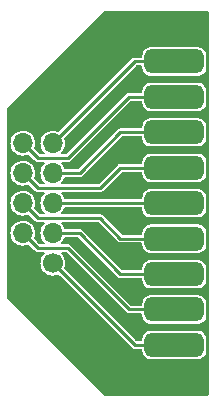
<source format=gbr>
%TF.GenerationSoftware,KiCad,Pcbnew,(6.0.5)*%
%TF.CreationDate,2022-05-17T08:31:01+02:00*%
%TF.ProjectId,logic-breakout,6c6f6769-632d-4627-9265-616b6f75742e,rev?*%
%TF.SameCoordinates,Original*%
%TF.FileFunction,Copper,L1,Top*%
%TF.FilePolarity,Positive*%
%FSLAX46Y46*%
G04 Gerber Fmt 4.6, Leading zero omitted, Abs format (unit mm)*
G04 Created by KiCad (PCBNEW (6.0.5)) date 2022-05-17 08:31:01*
%MOMM*%
%LPD*%
G01*
G04 APERTURE LIST*
G04 Aperture macros list*
%AMRoundRect*
0 Rectangle with rounded corners*
0 $1 Rounding radius*
0 $2 $3 $4 $5 $6 $7 $8 $9 X,Y pos of 4 corners*
0 Add a 4 corners polygon primitive as box body*
4,1,4,$2,$3,$4,$5,$6,$7,$8,$9,$2,$3,0*
0 Add four circle primitives for the rounded corners*
1,1,$1+$1,$2,$3*
1,1,$1+$1,$4,$5*
1,1,$1+$1,$6,$7*
1,1,$1+$1,$8,$9*
0 Add four rect primitives between the rounded corners*
20,1,$1+$1,$2,$3,$4,$5,0*
20,1,$1+$1,$4,$5,$6,$7,0*
20,1,$1+$1,$6,$7,$8,$9,0*
20,1,$1+$1,$8,$9,$2,$3,0*%
G04 Aperture macros list end*
%TA.AperFunction,SMDPad,CuDef*%
%ADD10RoundRect,0.500000X-2.000000X-0.500000X2.000000X-0.500000X2.000000X0.500000X-2.000000X0.500000X0*%
%TD*%
%TA.AperFunction,SMDPad,CuDef*%
%ADD11RoundRect,0.500000X2.000000X0.500000X-2.000000X0.500000X-2.000000X-0.500000X2.000000X-0.500000X0*%
%TD*%
%TA.AperFunction,ComponentPad*%
%ADD12C,1.700000*%
%TD*%
%TA.AperFunction,ComponentPad*%
%ADD13O,1.700000X1.700000*%
%TD*%
%TA.AperFunction,ViaPad*%
%ADD14C,0.800000*%
%TD*%
%TA.AperFunction,Conductor*%
%ADD15C,0.250000*%
%TD*%
G04 APERTURE END LIST*
D10*
%TO.P,J5,1,Pin_1*%
%TO.N,/CH4*%
X162060000Y-87000000D03*
%TD*%
%TO.P,J6,1,Pin_1*%
%TO.N,/CH5*%
X162060000Y-90000000D03*
%TD*%
%TO.P,J9,1,Pin_1*%
%TO.N,/CH8*%
X162060000Y-99000000D03*
%TD*%
%TO.P,J10,1,Pin_1*%
%TO.N,/CLK*%
X162060000Y-102000000D03*
%TD*%
%TO.P,J2,1,Pin_1*%
%TO.N,/CH1*%
X162060000Y-78000000D03*
%TD*%
%TO.P,J7,1,Pin_1*%
%TO.N,/CH6*%
X162060000Y-93000000D03*
%TD*%
D11*
%TO.P,J12,1,Pin_1*%
%TO.N,GND*%
X162060000Y-75010000D03*
%TD*%
D10*
%TO.P,J3,1,Pin_1*%
%TO.N,/CH2*%
X162060000Y-81000000D03*
%TD*%
%TO.P,J4,1,Pin_1*%
%TO.N,/CH3*%
X162060000Y-84000000D03*
%TD*%
%TO.P,J8,1,Pin_1*%
%TO.N,/CH7*%
X162060000Y-96000000D03*
%TD*%
D12*
%TO.P,J1,1,Pin_1*%
%TO.N,/CLK*%
X151775000Y-95075000D03*
D13*
%TO.P,J1,2,Pin_2*%
%TO.N,GND*%
X149235000Y-95075000D03*
%TO.P,J1,3,Pin_3*%
%TO.N,/CH7*%
X151775000Y-92535000D03*
%TO.P,J1,4,Pin_4*%
%TO.N,/CH8*%
X149235000Y-92535000D03*
%TO.P,J1,5,Pin_5*%
%TO.N,/CH5*%
X151775000Y-89995000D03*
%TO.P,J1,6,Pin_6*%
%TO.N,/CH6*%
X149235000Y-89995000D03*
%TO.P,J1,7,Pin_7*%
%TO.N,/CH3*%
X151775000Y-87455000D03*
%TO.P,J1,8,Pin_8*%
%TO.N,/CH4*%
X149235000Y-87455000D03*
%TO.P,J1,9,Pin_9*%
%TO.N,/CH1*%
X151775000Y-84915000D03*
%TO.P,J1,10,Pin_10*%
%TO.N,/CH2*%
X149235000Y-84915000D03*
%TD*%
D11*
%TO.P,J11,1,Pin_1*%
%TO.N,GND*%
X162060000Y-105010000D03*
%TD*%
D14*
%TO.N,GND*%
X149500000Y-82500000D03*
X149500000Y-97500000D03*
X157000000Y-76500000D03*
X154000000Y-100500000D03*
X151000000Y-82500000D03*
X158560000Y-91510000D03*
X158560000Y-100510000D03*
X155500000Y-103500000D03*
X158560000Y-97510000D03*
X151000000Y-97500000D03*
X152500000Y-79500000D03*
X151000000Y-81000000D03*
X154000000Y-78000000D03*
X155500000Y-102000000D03*
X154000000Y-79500000D03*
X152500000Y-100500000D03*
X158560000Y-76510000D03*
X152500000Y-81000000D03*
X155500000Y-78000000D03*
X155500000Y-76500000D03*
X158560000Y-82510000D03*
X154000000Y-102000000D03*
X158560000Y-88510000D03*
X158560000Y-85510000D03*
X158560000Y-94510000D03*
X157000000Y-103500000D03*
X158560000Y-79510000D03*
X158560000Y-103510000D03*
X151000000Y-99000000D03*
X152500000Y-99000000D03*
%TD*%
D15*
%TO.N,/CH1*%
X151775000Y-84915000D02*
X158690000Y-78000000D01*
X158690000Y-78000000D02*
X162060000Y-78000000D01*
%TO.N,/CH2*%
X150500000Y-86190000D02*
X153040000Y-86190000D01*
X149235000Y-84915000D02*
X150500000Y-86180000D01*
X150500000Y-86180000D02*
X150500000Y-86190000D01*
X158230000Y-81000000D02*
X162060000Y-81000000D01*
X153040000Y-86190000D02*
X158230000Y-81000000D01*
%TO.N,/CH3*%
X151775000Y-87455000D02*
X153035000Y-87455000D01*
X153040000Y-87460000D02*
X153035000Y-87455000D01*
X153040000Y-87460000D02*
X154040000Y-87460000D01*
X162060000Y-84000000D02*
X157500000Y-84000000D01*
X154040000Y-87460000D02*
X157500000Y-84000000D01*
%TO.N,/CH4*%
X150510000Y-88730000D02*
X155770000Y-88730000D01*
X155770000Y-88730000D02*
X157500000Y-87000000D01*
X157500000Y-87000000D02*
X162060000Y-87000000D01*
X149235000Y-87455000D02*
X150510000Y-88730000D01*
%TO.N,/CH5*%
X153035000Y-89995000D02*
X162055000Y-89995000D01*
X151775000Y-89995000D02*
X153035000Y-89995000D01*
X162055000Y-89995000D02*
X162060000Y-90000000D01*
X153035000Y-89995000D02*
X153040000Y-90000000D01*
%TO.N,/CH6*%
X149235000Y-89995000D02*
X150510000Y-91270000D01*
X157500000Y-93000000D02*
X162060000Y-93000000D01*
X150510000Y-91270000D02*
X155770000Y-91270000D01*
X155770000Y-91270000D02*
X157500000Y-93000000D01*
%TO.N,/CH7*%
X153040000Y-92540000D02*
X154040000Y-92540000D01*
X151775000Y-92535000D02*
X153035000Y-92535000D01*
X154040000Y-92540000D02*
X157500000Y-96000000D01*
X153035000Y-92535000D02*
X153040000Y-92540000D01*
X162060000Y-96000000D02*
X157500000Y-96000000D01*
%TO.N,/CH8*%
X149235000Y-92535000D02*
X150500000Y-93800000D01*
X158230000Y-99000000D02*
X153040000Y-93810000D01*
X162060000Y-99000000D02*
X158230000Y-99000000D01*
X150500000Y-93800000D02*
X150500000Y-93810000D01*
X150500000Y-93810000D02*
X153040000Y-93810000D01*
%TO.N,/CLK*%
X151775000Y-95075000D02*
X158700000Y-102000000D01*
X158700000Y-102000000D02*
X162060000Y-102000000D01*
%TD*%
%TA.AperFunction,Conductor*%
%TO.N,GND*%
G36*
X164918691Y-73729407D02*
G01*
X164954655Y-73778907D01*
X164959500Y-73809500D01*
X164959500Y-106210500D01*
X164940593Y-106268691D01*
X164891093Y-106304655D01*
X164860500Y-106309500D01*
X156184058Y-106309500D01*
X156125867Y-106290593D01*
X156114054Y-106280504D01*
X147889496Y-98055946D01*
X147861719Y-98001429D01*
X147860500Y-97985942D01*
X147860500Y-92520262D01*
X148179520Y-92520262D01*
X148196759Y-92725553D01*
X148198092Y-92730201D01*
X148198092Y-92730202D01*
X148245203Y-92894496D01*
X148253544Y-92923586D01*
X148347712Y-93106818D01*
X148475677Y-93268270D01*
X148479357Y-93271402D01*
X148479359Y-93271404D01*
X148547344Y-93329263D01*
X148632564Y-93401791D01*
X148636787Y-93404151D01*
X148636791Y-93404154D01*
X148676342Y-93426258D01*
X148812398Y-93502297D01*
X148816996Y-93503791D01*
X149003724Y-93564463D01*
X149003726Y-93564464D01*
X149008329Y-93565959D01*
X149212894Y-93590351D01*
X149217716Y-93589980D01*
X149217719Y-93589980D01*
X149285541Y-93584761D01*
X149418300Y-93574546D01*
X149616725Y-93519145D01*
X149647164Y-93503769D01*
X149707629Y-93494408D01*
X149761805Y-93522132D01*
X150207051Y-93967379D01*
X150213356Y-93975596D01*
X150213759Y-93975258D01*
X150213760Y-93975260D01*
X150226785Y-93990784D01*
X150236674Y-94004906D01*
X150246806Y-94022455D01*
X150253440Y-94028021D01*
X150253441Y-94028023D01*
X150262325Y-94035478D01*
X150274523Y-94047675D01*
X150287545Y-94063194D01*
X150295044Y-94067523D01*
X150295047Y-94067526D01*
X150305083Y-94073320D01*
X150319219Y-94083218D01*
X150328102Y-94090671D01*
X150334739Y-94096240D01*
X150353783Y-94103171D01*
X150369415Y-94110461D01*
X150386955Y-94120588D01*
X150395484Y-94122092D01*
X150406901Y-94124105D01*
X150423569Y-94128571D01*
X150442606Y-94135500D01*
X150985806Y-94135500D01*
X151043997Y-94154407D01*
X151079961Y-94203907D01*
X151079961Y-94265093D01*
X151047839Y-94311655D01*
X151040225Y-94317777D01*
X151040223Y-94317779D01*
X151036447Y-94320815D01*
X151033333Y-94324526D01*
X151033332Y-94324527D01*
X151024585Y-94334952D01*
X150904024Y-94478630D01*
X150901689Y-94482878D01*
X150901688Y-94482879D01*
X150894955Y-94495126D01*
X150804776Y-94659162D01*
X150803313Y-94663775D01*
X150803311Y-94663779D01*
X150749413Y-94833689D01*
X150742484Y-94855532D01*
X150741944Y-94860344D01*
X150741944Y-94860345D01*
X150732829Y-94941612D01*
X150719520Y-95060262D01*
X150736759Y-95265553D01*
X150738092Y-95270201D01*
X150738092Y-95270202D01*
X150788579Y-95446270D01*
X150793544Y-95463586D01*
X150887712Y-95646818D01*
X151015677Y-95808270D01*
X151172564Y-95941791D01*
X151176787Y-95944151D01*
X151176791Y-95944154D01*
X151293702Y-96009493D01*
X151352398Y-96042297D01*
X151356996Y-96043791D01*
X151543724Y-96104463D01*
X151543726Y-96104464D01*
X151548329Y-96105959D01*
X151752894Y-96130351D01*
X151757716Y-96129980D01*
X151757719Y-96129980D01*
X151825541Y-96124761D01*
X151958300Y-96114546D01*
X152156725Y-96059145D01*
X152187164Y-96043769D01*
X152247629Y-96034408D01*
X152301805Y-96062131D01*
X158456731Y-102217057D01*
X158462565Y-102223424D01*
X158487545Y-102253194D01*
X158521205Y-102272627D01*
X158528489Y-102277268D01*
X158560316Y-102299554D01*
X158568684Y-102301796D01*
X158573971Y-102304262D01*
X158579456Y-102306258D01*
X158586955Y-102310588D01*
X158595481Y-102312091D01*
X158595483Y-102312092D01*
X158625216Y-102317334D01*
X158633650Y-102319204D01*
X158671193Y-102329264D01*
X158679822Y-102328509D01*
X158709905Y-102325877D01*
X158718534Y-102325500D01*
X159260501Y-102325500D01*
X159318692Y-102344407D01*
X159354656Y-102393907D01*
X159359501Y-102424500D01*
X159359501Y-102555992D01*
X159366171Y-102628594D01*
X159416873Y-102790383D01*
X159504703Y-102935408D01*
X159624592Y-103055297D01*
X159769617Y-103143127D01*
X159775310Y-103144911D01*
X159775312Y-103144912D01*
X159853487Y-103169411D01*
X159931406Y-103193829D01*
X160004007Y-103200500D01*
X162059545Y-103200500D01*
X164115992Y-103200499D01*
X164155528Y-103196867D01*
X164183360Y-103194310D01*
X164183361Y-103194310D01*
X164188594Y-103193829D01*
X164280631Y-103164986D01*
X164344688Y-103144912D01*
X164344690Y-103144911D01*
X164350383Y-103143127D01*
X164495408Y-103055297D01*
X164615297Y-102935408D01*
X164703127Y-102790383D01*
X164753829Y-102628594D01*
X164760500Y-102555993D01*
X164760499Y-101444008D01*
X164753829Y-101371406D01*
X164703127Y-101209617D01*
X164615297Y-101064592D01*
X164495408Y-100944703D01*
X164350383Y-100856873D01*
X164344690Y-100855089D01*
X164344688Y-100855088D01*
X164266513Y-100830589D01*
X164188594Y-100806171D01*
X164115993Y-100799500D01*
X162060455Y-100799500D01*
X160004008Y-100799501D01*
X159964472Y-100803133D01*
X159936640Y-100805690D01*
X159936639Y-100805690D01*
X159931406Y-100806171D01*
X159839369Y-100835014D01*
X159775312Y-100855088D01*
X159775310Y-100855089D01*
X159769617Y-100856873D01*
X159624592Y-100944703D01*
X159504703Y-101064592D01*
X159416873Y-101209617D01*
X159366171Y-101371406D01*
X159359500Y-101444007D01*
X159359500Y-101575500D01*
X159340593Y-101633691D01*
X159291093Y-101669655D01*
X159260500Y-101674500D01*
X158875834Y-101674500D01*
X158817643Y-101655593D01*
X158805830Y-101645504D01*
X152763923Y-95603597D01*
X152736146Y-95549080D01*
X152739988Y-95502344D01*
X152751448Y-95467896D01*
X152804351Y-95308863D01*
X152817534Y-95204512D01*
X152829823Y-95107228D01*
X152830171Y-95104474D01*
X152830583Y-95075000D01*
X152817808Y-94944703D01*
X152810952Y-94874780D01*
X152810951Y-94874776D01*
X152810480Y-94869970D01*
X152807460Y-94859965D01*
X152752333Y-94677380D01*
X152750935Y-94672749D01*
X152654218Y-94490849D01*
X152524011Y-94331200D01*
X152520282Y-94328115D01*
X152520276Y-94328109D01*
X152499329Y-94310780D01*
X152466544Y-94259120D01*
X152470386Y-94198055D01*
X152509388Y-94150911D01*
X152562434Y-94135500D01*
X152864166Y-94135500D01*
X152922357Y-94154407D01*
X152934170Y-94164496D01*
X157986735Y-99217061D01*
X157992571Y-99223430D01*
X158017545Y-99253194D01*
X158025042Y-99257523D01*
X158025044Y-99257524D01*
X158051206Y-99272628D01*
X158058484Y-99277264D01*
X158090316Y-99299553D01*
X158098682Y-99301795D01*
X158103973Y-99304262D01*
X158109450Y-99306255D01*
X158116955Y-99310588D01*
X158146038Y-99315716D01*
X158155231Y-99317337D01*
X158163657Y-99319205D01*
X158201193Y-99329263D01*
X158239896Y-99325877D01*
X158248525Y-99325500D01*
X159260501Y-99325500D01*
X159318692Y-99344407D01*
X159354656Y-99393907D01*
X159359501Y-99424500D01*
X159359501Y-99555992D01*
X159366171Y-99628594D01*
X159416873Y-99790383D01*
X159504703Y-99935408D01*
X159624592Y-100055297D01*
X159769617Y-100143127D01*
X159775310Y-100144911D01*
X159775312Y-100144912D01*
X159853487Y-100169411D01*
X159931406Y-100193829D01*
X160004007Y-100200500D01*
X162059545Y-100200500D01*
X164115992Y-100200499D01*
X164155528Y-100196867D01*
X164183360Y-100194310D01*
X164183361Y-100194310D01*
X164188594Y-100193829D01*
X164280631Y-100164986D01*
X164344688Y-100144912D01*
X164344690Y-100144911D01*
X164350383Y-100143127D01*
X164495408Y-100055297D01*
X164615297Y-99935408D01*
X164703127Y-99790383D01*
X164753829Y-99628594D01*
X164760500Y-99555993D01*
X164760499Y-98444008D01*
X164753829Y-98371406D01*
X164722277Y-98270724D01*
X164704912Y-98215312D01*
X164704911Y-98215310D01*
X164703127Y-98209617D01*
X164615297Y-98064592D01*
X164495408Y-97944703D01*
X164350383Y-97856873D01*
X164344690Y-97855089D01*
X164344688Y-97855088D01*
X164266513Y-97830589D01*
X164188594Y-97806171D01*
X164115993Y-97799500D01*
X162060455Y-97799500D01*
X160004008Y-97799501D01*
X159964472Y-97803133D01*
X159936640Y-97805690D01*
X159936639Y-97805690D01*
X159931406Y-97806171D01*
X159839369Y-97835014D01*
X159775312Y-97855088D01*
X159775310Y-97855089D01*
X159769617Y-97856873D01*
X159624592Y-97944703D01*
X159504703Y-98064592D01*
X159416873Y-98209617D01*
X159415089Y-98215310D01*
X159415088Y-98215312D01*
X159397723Y-98270724D01*
X159366171Y-98371406D01*
X159359500Y-98444007D01*
X159359500Y-98575500D01*
X159340593Y-98633691D01*
X159291093Y-98669655D01*
X159260500Y-98674500D01*
X158405835Y-98674500D01*
X158347644Y-98655593D01*
X158335831Y-98645504D01*
X153283269Y-93592943D01*
X153277434Y-93586575D01*
X153267652Y-93574917D01*
X153252455Y-93556806D01*
X153218792Y-93537371D01*
X153211511Y-93532732D01*
X153209056Y-93531013D01*
X153179684Y-93510446D01*
X153171316Y-93508204D01*
X153166029Y-93505738D01*
X153160544Y-93503742D01*
X153153045Y-93499412D01*
X153144519Y-93497909D01*
X153144517Y-93497908D01*
X153114784Y-93492666D01*
X153106349Y-93490796D01*
X153077174Y-93482978D01*
X153068807Y-93480736D01*
X153060178Y-93481491D01*
X153030095Y-93484123D01*
X153021466Y-93484500D01*
X152553581Y-93484500D01*
X152495390Y-93465593D01*
X152459426Y-93416093D01*
X152459426Y-93354907D01*
X152492629Y-93307488D01*
X152502951Y-93299424D01*
X152526081Y-93272628D01*
X152568541Y-93223437D01*
X152637564Y-93143472D01*
X152656231Y-93110613D01*
X152736934Y-92968550D01*
X152736935Y-92968547D01*
X152739323Y-92964344D01*
X152740848Y-92959760D01*
X152740851Y-92959753D01*
X152751329Y-92928252D01*
X152787637Y-92879004D01*
X152845268Y-92860500D01*
X152965450Y-92860500D01*
X152991074Y-92863873D01*
X153011193Y-92869264D01*
X153049905Y-92865877D01*
X153058534Y-92865500D01*
X153864166Y-92865500D01*
X153922357Y-92884407D01*
X153934170Y-92894496D01*
X157256731Y-96217057D01*
X157262565Y-96223424D01*
X157287545Y-96253194D01*
X157321205Y-96272627D01*
X157328489Y-96277268D01*
X157360316Y-96299554D01*
X157368684Y-96301796D01*
X157373971Y-96304262D01*
X157379456Y-96306258D01*
X157386955Y-96310588D01*
X157395481Y-96312091D01*
X157395483Y-96312092D01*
X157425216Y-96317334D01*
X157433650Y-96319204D01*
X157471193Y-96329264D01*
X157479822Y-96328509D01*
X157509905Y-96325877D01*
X157518534Y-96325500D01*
X159260501Y-96325500D01*
X159318692Y-96344407D01*
X159354656Y-96393907D01*
X159359501Y-96424500D01*
X159359501Y-96555992D01*
X159366171Y-96628594D01*
X159416873Y-96790383D01*
X159504703Y-96935408D01*
X159624592Y-97055297D01*
X159769617Y-97143127D01*
X159775310Y-97144911D01*
X159775312Y-97144912D01*
X159853487Y-97169411D01*
X159931406Y-97193829D01*
X160004007Y-97200500D01*
X162059545Y-97200500D01*
X164115992Y-97200499D01*
X164155528Y-97196867D01*
X164183360Y-97194310D01*
X164183361Y-97194310D01*
X164188594Y-97193829D01*
X164280631Y-97164986D01*
X164344688Y-97144912D01*
X164344690Y-97144911D01*
X164350383Y-97143127D01*
X164495408Y-97055297D01*
X164615297Y-96935408D01*
X164703127Y-96790383D01*
X164753829Y-96628594D01*
X164760500Y-96555993D01*
X164760499Y-95444008D01*
X164753829Y-95371406D01*
X164703127Y-95209617D01*
X164615297Y-95064592D01*
X164495408Y-94944703D01*
X164350383Y-94856873D01*
X164344690Y-94855089D01*
X164344688Y-94855088D01*
X164266513Y-94830589D01*
X164188594Y-94806171D01*
X164115993Y-94799500D01*
X162060455Y-94799500D01*
X160004008Y-94799501D01*
X159964472Y-94803133D01*
X159936640Y-94805690D01*
X159936639Y-94805690D01*
X159931406Y-94806171D01*
X159839369Y-94835014D01*
X159775312Y-94855088D01*
X159775310Y-94855089D01*
X159769617Y-94856873D01*
X159624592Y-94944703D01*
X159504703Y-95064592D01*
X159416873Y-95209617D01*
X159415089Y-95215310D01*
X159415088Y-95215312D01*
X159397887Y-95270202D01*
X159366171Y-95371406D01*
X159359500Y-95444007D01*
X159359500Y-95575500D01*
X159340593Y-95633691D01*
X159291093Y-95669655D01*
X159260500Y-95674500D01*
X157675834Y-95674500D01*
X157617643Y-95655593D01*
X157605830Y-95645504D01*
X154283269Y-92322943D01*
X154277434Y-92316575D01*
X154272686Y-92310917D01*
X154252455Y-92286806D01*
X154218792Y-92267371D01*
X154211511Y-92262732D01*
X154209056Y-92261013D01*
X154179684Y-92240446D01*
X154171316Y-92238204D01*
X154166029Y-92235738D01*
X154160544Y-92233742D01*
X154153045Y-92229412D01*
X154144519Y-92227909D01*
X154144517Y-92227908D01*
X154114784Y-92222666D01*
X154106349Y-92220796D01*
X154077174Y-92212978D01*
X154068807Y-92210736D01*
X154060178Y-92211491D01*
X154030095Y-92214123D01*
X154021466Y-92214500D01*
X153109550Y-92214500D01*
X153083926Y-92211127D01*
X153082467Y-92210736D01*
X153063807Y-92205736D01*
X153025095Y-92209123D01*
X153016466Y-92209500D01*
X152847631Y-92209500D01*
X152789440Y-92190593D01*
X152754665Y-92141659D01*
X152754179Y-92141859D01*
X152753312Y-92139756D01*
X152752857Y-92139116D01*
X152750935Y-92132749D01*
X152654218Y-91950849D01*
X152524011Y-91791200D01*
X152520282Y-91788115D01*
X152520276Y-91788109D01*
X152499329Y-91770780D01*
X152466544Y-91719120D01*
X152470386Y-91658055D01*
X152509388Y-91610911D01*
X152562434Y-91595500D01*
X155594166Y-91595500D01*
X155652357Y-91614407D01*
X155664170Y-91624496D01*
X157256742Y-93217069D01*
X157262565Y-93223424D01*
X157287545Y-93253194D01*
X157295042Y-93257523D01*
X157295044Y-93257524D01*
X157321206Y-93272628D01*
X157328484Y-93277264D01*
X157360316Y-93299553D01*
X157368682Y-93301795D01*
X157373973Y-93304262D01*
X157379450Y-93306255D01*
X157386955Y-93310588D01*
X157416038Y-93315716D01*
X157425231Y-93317337D01*
X157433657Y-93319205D01*
X157471193Y-93329263D01*
X157509896Y-93325877D01*
X157518525Y-93325500D01*
X159260501Y-93325500D01*
X159318692Y-93344407D01*
X159354656Y-93393907D01*
X159359501Y-93424500D01*
X159359501Y-93555992D01*
X159366171Y-93628594D01*
X159416873Y-93790383D01*
X159504703Y-93935408D01*
X159624592Y-94055297D01*
X159769617Y-94143127D01*
X159775310Y-94144911D01*
X159775312Y-94144912D01*
X159805611Y-94154407D01*
X159931406Y-94193829D01*
X160004007Y-94200500D01*
X162059545Y-94200500D01*
X164115992Y-94200499D01*
X164155528Y-94196867D01*
X164183360Y-94194310D01*
X164183361Y-94194310D01*
X164188594Y-94193829D01*
X164314389Y-94154407D01*
X164344688Y-94144912D01*
X164344690Y-94144911D01*
X164350383Y-94143127D01*
X164495408Y-94055297D01*
X164615297Y-93935408D01*
X164703127Y-93790383D01*
X164753829Y-93628594D01*
X164760500Y-93555993D01*
X164760499Y-92444008D01*
X164753829Y-92371406D01*
X164711313Y-92235738D01*
X164704912Y-92215312D01*
X164704911Y-92215310D01*
X164703127Y-92209617D01*
X164615297Y-92064592D01*
X164495408Y-91944703D01*
X164350383Y-91856873D01*
X164344690Y-91855089D01*
X164344688Y-91855088D01*
X164266513Y-91830589D01*
X164188594Y-91806171D01*
X164115993Y-91799500D01*
X162060455Y-91799500D01*
X160004008Y-91799501D01*
X159964472Y-91803133D01*
X159936640Y-91805690D01*
X159936639Y-91805690D01*
X159931406Y-91806171D01*
X159839369Y-91835014D01*
X159775312Y-91855088D01*
X159775310Y-91855089D01*
X159769617Y-91856873D01*
X159624592Y-91944703D01*
X159504703Y-92064592D01*
X159416873Y-92209617D01*
X159415089Y-92215310D01*
X159415088Y-92215312D01*
X159408687Y-92235738D01*
X159366171Y-92371406D01*
X159359500Y-92444007D01*
X159359500Y-92575500D01*
X159340593Y-92633691D01*
X159291093Y-92669655D01*
X159260500Y-92674500D01*
X157675835Y-92674500D01*
X157617644Y-92655593D01*
X157605831Y-92645504D01*
X156013269Y-91052943D01*
X156007434Y-91046575D01*
X155997652Y-91034917D01*
X155982455Y-91016806D01*
X155948792Y-90997371D01*
X155941511Y-90992732D01*
X155926371Y-90982131D01*
X155909684Y-90970446D01*
X155901316Y-90968204D01*
X155896029Y-90965738D01*
X155890544Y-90963742D01*
X155883045Y-90959412D01*
X155874519Y-90957909D01*
X155874517Y-90957908D01*
X155844784Y-90952666D01*
X155836349Y-90950796D01*
X155807174Y-90942978D01*
X155798807Y-90940736D01*
X155790178Y-90941491D01*
X155760095Y-90944123D01*
X155751466Y-90944500D01*
X152553581Y-90944500D01*
X152495390Y-90925593D01*
X152459426Y-90876093D01*
X152459426Y-90814907D01*
X152492629Y-90767488D01*
X152502951Y-90759424D01*
X152637564Y-90603472D01*
X152656231Y-90570613D01*
X152736934Y-90428550D01*
X152736935Y-90428547D01*
X152739323Y-90424344D01*
X152740848Y-90419760D01*
X152740851Y-90419753D01*
X152751329Y-90388252D01*
X152787637Y-90339004D01*
X152845268Y-90320500D01*
X152965450Y-90320500D01*
X152991074Y-90323873D01*
X153011193Y-90329264D01*
X153107052Y-90320877D01*
X153115681Y-90320500D01*
X159260501Y-90320500D01*
X159318692Y-90339407D01*
X159354656Y-90388907D01*
X159359501Y-90419500D01*
X159359501Y-90555992D01*
X159366171Y-90628594D01*
X159416873Y-90790383D01*
X159504703Y-90935408D01*
X159624592Y-91055297D01*
X159769617Y-91143127D01*
X159775310Y-91144911D01*
X159775312Y-91144912D01*
X159853487Y-91169411D01*
X159931406Y-91193829D01*
X160004007Y-91200500D01*
X162059545Y-91200500D01*
X164115992Y-91200499D01*
X164155528Y-91196867D01*
X164183360Y-91194310D01*
X164183361Y-91194310D01*
X164188594Y-91193829D01*
X164280631Y-91164986D01*
X164344688Y-91144912D01*
X164344690Y-91144911D01*
X164350383Y-91143127D01*
X164495408Y-91055297D01*
X164615297Y-90935408D01*
X164703127Y-90790383D01*
X164753829Y-90628594D01*
X164760500Y-90555993D01*
X164760499Y-89444008D01*
X164753829Y-89371406D01*
X164717334Y-89254952D01*
X164704912Y-89215312D01*
X164704911Y-89215310D01*
X164703127Y-89209617D01*
X164615297Y-89064592D01*
X164495408Y-88944703D01*
X164350383Y-88856873D01*
X164344690Y-88855089D01*
X164344688Y-88855088D01*
X164266513Y-88830589D01*
X164188594Y-88806171D01*
X164115993Y-88799500D01*
X162060455Y-88799500D01*
X160004008Y-88799501D01*
X159964472Y-88803133D01*
X159936640Y-88805690D01*
X159936639Y-88805690D01*
X159931406Y-88806171D01*
X159839369Y-88835014D01*
X159775312Y-88855088D01*
X159775310Y-88855089D01*
X159769617Y-88856873D01*
X159624592Y-88944703D01*
X159504703Y-89064592D01*
X159416873Y-89209617D01*
X159415089Y-89215310D01*
X159415088Y-89215312D01*
X159402666Y-89254952D01*
X159366171Y-89371406D01*
X159359500Y-89444007D01*
X159359500Y-89570500D01*
X159340593Y-89628691D01*
X159291093Y-89664655D01*
X159260500Y-89669500D01*
X153090886Y-89669500D01*
X153080851Y-89668178D01*
X153080802Y-89668733D01*
X153072174Y-89667978D01*
X153063807Y-89665736D01*
X153055178Y-89666491D01*
X153025095Y-89669123D01*
X153016466Y-89669500D01*
X152847631Y-89669500D01*
X152789440Y-89650593D01*
X152754665Y-89601659D01*
X152754179Y-89601859D01*
X152753312Y-89599756D01*
X152752857Y-89599116D01*
X152750935Y-89592749D01*
X152654218Y-89410849D01*
X152524011Y-89251200D01*
X152520282Y-89248115D01*
X152520276Y-89248109D01*
X152499329Y-89230780D01*
X152466544Y-89179120D01*
X152470386Y-89118055D01*
X152509388Y-89070911D01*
X152562434Y-89055500D01*
X155751466Y-89055500D01*
X155760095Y-89055877D01*
X155798807Y-89059264D01*
X155836350Y-89049204D01*
X155844784Y-89047334D01*
X155874517Y-89042092D01*
X155874519Y-89042091D01*
X155883045Y-89040588D01*
X155890544Y-89036258D01*
X155896029Y-89034262D01*
X155901316Y-89031796D01*
X155909684Y-89029554D01*
X155941511Y-89007268D01*
X155948795Y-89002627D01*
X155948807Y-89002620D01*
X155982455Y-88983194D01*
X156007431Y-88953429D01*
X156013265Y-88947061D01*
X157605831Y-87354496D01*
X157660348Y-87326719D01*
X157675835Y-87325500D01*
X159260501Y-87325500D01*
X159318692Y-87344407D01*
X159354656Y-87393907D01*
X159359501Y-87424500D01*
X159359501Y-87555992D01*
X159366171Y-87628594D01*
X159383553Y-87684060D01*
X159413370Y-87779204D01*
X159416873Y-87790383D01*
X159504703Y-87935408D01*
X159624592Y-88055297D01*
X159769617Y-88143127D01*
X159775310Y-88144911D01*
X159775312Y-88144912D01*
X159853487Y-88169411D01*
X159931406Y-88193829D01*
X160004007Y-88200500D01*
X162059545Y-88200500D01*
X164115992Y-88200499D01*
X164155528Y-88196867D01*
X164183360Y-88194310D01*
X164183361Y-88194310D01*
X164188594Y-88193829D01*
X164280631Y-88164986D01*
X164344688Y-88144912D01*
X164344690Y-88144911D01*
X164350383Y-88143127D01*
X164495408Y-88055297D01*
X164615297Y-87935408D01*
X164703127Y-87790383D01*
X164706631Y-87779204D01*
X164748514Y-87645553D01*
X164753829Y-87628594D01*
X164760500Y-87555993D01*
X164760499Y-86444008D01*
X164756867Y-86404472D01*
X164754310Y-86376640D01*
X164754310Y-86376639D01*
X164753829Y-86371406D01*
X164703127Y-86209617D01*
X164615297Y-86064592D01*
X164495408Y-85944703D01*
X164350383Y-85856873D01*
X164344690Y-85855089D01*
X164344688Y-85855088D01*
X164266513Y-85830589D01*
X164188594Y-85806171D01*
X164115993Y-85799500D01*
X162060455Y-85799500D01*
X160004008Y-85799501D01*
X159964472Y-85803133D01*
X159936640Y-85805690D01*
X159936639Y-85805690D01*
X159931406Y-85806171D01*
X159839369Y-85835014D01*
X159775312Y-85855088D01*
X159775310Y-85855089D01*
X159769617Y-85856873D01*
X159624592Y-85944703D01*
X159504703Y-86064592D01*
X159416873Y-86209617D01*
X159366171Y-86371406D01*
X159359500Y-86444007D01*
X159359500Y-86575500D01*
X159340593Y-86633691D01*
X159291093Y-86669655D01*
X159260500Y-86674500D01*
X157518522Y-86674500D01*
X157509893Y-86674123D01*
X157479822Y-86671492D01*
X157471193Y-86670737D01*
X157433657Y-86680795D01*
X157425231Y-86682663D01*
X157416038Y-86684284D01*
X157386955Y-86689412D01*
X157379450Y-86693745D01*
X157373973Y-86695738D01*
X157368682Y-86698205D01*
X157360316Y-86700447D01*
X157328484Y-86722736D01*
X157321206Y-86727372D01*
X157295044Y-86742476D01*
X157295042Y-86742477D01*
X157287545Y-86746806D01*
X157262574Y-86776565D01*
X157256740Y-86782933D01*
X155664170Y-88375504D01*
X155609653Y-88403281D01*
X155594166Y-88404500D01*
X152553581Y-88404500D01*
X152495390Y-88385593D01*
X152459426Y-88336093D01*
X152459426Y-88274907D01*
X152492629Y-88227488D01*
X152502951Y-88219424D01*
X152519287Y-88200499D01*
X152571477Y-88140035D01*
X152637564Y-88063472D01*
X152656231Y-88030613D01*
X152736934Y-87888550D01*
X152736935Y-87888547D01*
X152739323Y-87884344D01*
X152740848Y-87879760D01*
X152740851Y-87879753D01*
X152751329Y-87848252D01*
X152787637Y-87799004D01*
X152845268Y-87780500D01*
X152965450Y-87780500D01*
X152991074Y-87783873D01*
X153011193Y-87789264D01*
X153049905Y-87785877D01*
X153058534Y-87785500D01*
X154021466Y-87785500D01*
X154030095Y-87785877D01*
X154068807Y-87789264D01*
X154106350Y-87779204D01*
X154114784Y-87777334D01*
X154144517Y-87772092D01*
X154144519Y-87772091D01*
X154153045Y-87770588D01*
X154160544Y-87766258D01*
X154166029Y-87764262D01*
X154171316Y-87761796D01*
X154179684Y-87759554D01*
X154211511Y-87737268D01*
X154218795Y-87732627D01*
X154252455Y-87713194D01*
X154277431Y-87683429D01*
X154283265Y-87677061D01*
X157605830Y-84354496D01*
X157660347Y-84326719D01*
X157675834Y-84325500D01*
X159260501Y-84325500D01*
X159318692Y-84344407D01*
X159354656Y-84393907D01*
X159359501Y-84424500D01*
X159359501Y-84555992D01*
X159366171Y-84628594D01*
X159416873Y-84790383D01*
X159504703Y-84935408D01*
X159624592Y-85055297D01*
X159769617Y-85143127D01*
X159775310Y-85144911D01*
X159775312Y-85144912D01*
X159787920Y-85148863D01*
X159931406Y-85193829D01*
X160004007Y-85200500D01*
X162059545Y-85200500D01*
X164115992Y-85200499D01*
X164155528Y-85196867D01*
X164183360Y-85194310D01*
X164183361Y-85194310D01*
X164188594Y-85193829D01*
X164332080Y-85148863D01*
X164344688Y-85144912D01*
X164344690Y-85144911D01*
X164350383Y-85143127D01*
X164495408Y-85055297D01*
X164615297Y-84935408D01*
X164703127Y-84790383D01*
X164753829Y-84628594D01*
X164760500Y-84555993D01*
X164760499Y-83444008D01*
X164753829Y-83371406D01*
X164703127Y-83209617D01*
X164615297Y-83064592D01*
X164495408Y-82944703D01*
X164350383Y-82856873D01*
X164344690Y-82855089D01*
X164344688Y-82855088D01*
X164266513Y-82830589D01*
X164188594Y-82806171D01*
X164115993Y-82799500D01*
X162060455Y-82799500D01*
X160004008Y-82799501D01*
X159964472Y-82803133D01*
X159936640Y-82805690D01*
X159936639Y-82805690D01*
X159931406Y-82806171D01*
X159839369Y-82835014D01*
X159775312Y-82855088D01*
X159775310Y-82855089D01*
X159769617Y-82856873D01*
X159624592Y-82944703D01*
X159504703Y-83064592D01*
X159416873Y-83209617D01*
X159366171Y-83371406D01*
X159359500Y-83444007D01*
X159359500Y-83575500D01*
X159340593Y-83633691D01*
X159291093Y-83669655D01*
X159260500Y-83674500D01*
X157518534Y-83674500D01*
X157509905Y-83674123D01*
X157479822Y-83671491D01*
X157471193Y-83670736D01*
X157462826Y-83672978D01*
X157433651Y-83680796D01*
X157425216Y-83682666D01*
X157395483Y-83687908D01*
X157395481Y-83687909D01*
X157386955Y-83689412D01*
X157379456Y-83693742D01*
X157373971Y-83695738D01*
X157368684Y-83698204D01*
X157360316Y-83700446D01*
X157330944Y-83721013D01*
X157328489Y-83722732D01*
X157321208Y-83727371D01*
X157287545Y-83746806D01*
X157281978Y-83753441D01*
X157262569Y-83776571D01*
X157256735Y-83782939D01*
X153934170Y-87105504D01*
X153879653Y-87133281D01*
X153864166Y-87134500D01*
X153109550Y-87134500D01*
X153083926Y-87131127D01*
X153063807Y-87125736D01*
X153025095Y-87129123D01*
X153016466Y-87129500D01*
X152847631Y-87129500D01*
X152789440Y-87110593D01*
X152754665Y-87061659D01*
X152754179Y-87061859D01*
X152753312Y-87059756D01*
X152752857Y-87059116D01*
X152750935Y-87052749D01*
X152654218Y-86870849D01*
X152524011Y-86711200D01*
X152520282Y-86708115D01*
X152520276Y-86708109D01*
X152499329Y-86690780D01*
X152466544Y-86639120D01*
X152470386Y-86578055D01*
X152509388Y-86530911D01*
X152562434Y-86515500D01*
X153021466Y-86515500D01*
X153030095Y-86515877D01*
X153068807Y-86519264D01*
X153106350Y-86509204D01*
X153114784Y-86507334D01*
X153144517Y-86502092D01*
X153144519Y-86502091D01*
X153153045Y-86500588D01*
X153160544Y-86496258D01*
X153166029Y-86494262D01*
X153171316Y-86491796D01*
X153179684Y-86489554D01*
X153211511Y-86467268D01*
X153218795Y-86462627D01*
X153227414Y-86457651D01*
X153252455Y-86443194D01*
X153277431Y-86413429D01*
X153283265Y-86407061D01*
X158335831Y-81354496D01*
X158390348Y-81326719D01*
X158405835Y-81325500D01*
X159260501Y-81325500D01*
X159318692Y-81344407D01*
X159354656Y-81393907D01*
X159359501Y-81424500D01*
X159359501Y-81555992D01*
X159366171Y-81628594D01*
X159367743Y-81633609D01*
X159403921Y-81749052D01*
X159416873Y-81790383D01*
X159504703Y-81935408D01*
X159624592Y-82055297D01*
X159769617Y-82143127D01*
X159775310Y-82144911D01*
X159775312Y-82144912D01*
X159853487Y-82169411D01*
X159931406Y-82193829D01*
X160004007Y-82200500D01*
X162059545Y-82200500D01*
X164115992Y-82200499D01*
X164155528Y-82196867D01*
X164183360Y-82194310D01*
X164183361Y-82194310D01*
X164188594Y-82193829D01*
X164280631Y-82164986D01*
X164344688Y-82144912D01*
X164344690Y-82144911D01*
X164350383Y-82143127D01*
X164495408Y-82055297D01*
X164615297Y-81935408D01*
X164703127Y-81790383D01*
X164716080Y-81749052D01*
X164752259Y-81633603D01*
X164753829Y-81628594D01*
X164760500Y-81555993D01*
X164760499Y-80444008D01*
X164753829Y-80371406D01*
X164703127Y-80209617D01*
X164615297Y-80064592D01*
X164495408Y-79944703D01*
X164350383Y-79856873D01*
X164344690Y-79855089D01*
X164344688Y-79855088D01*
X164266513Y-79830589D01*
X164188594Y-79806171D01*
X164115993Y-79799500D01*
X162060455Y-79799500D01*
X160004008Y-79799501D01*
X159964472Y-79803133D01*
X159936640Y-79805690D01*
X159936639Y-79805690D01*
X159931406Y-79806171D01*
X159839369Y-79835014D01*
X159775312Y-79855088D01*
X159775310Y-79855089D01*
X159769617Y-79856873D01*
X159624592Y-79944703D01*
X159504703Y-80064592D01*
X159416873Y-80209617D01*
X159366171Y-80371406D01*
X159359500Y-80444007D01*
X159359500Y-80575500D01*
X159340593Y-80633691D01*
X159291093Y-80669655D01*
X159260500Y-80674500D01*
X158248523Y-80674500D01*
X158239894Y-80674123D01*
X158209822Y-80671492D01*
X158201193Y-80670737D01*
X158163657Y-80680795D01*
X158155231Y-80682663D01*
X158146038Y-80684284D01*
X158116955Y-80689412D01*
X158109450Y-80693745D01*
X158103973Y-80695738D01*
X158098682Y-80698205D01*
X158090316Y-80700447D01*
X158058484Y-80722736D01*
X158051206Y-80727372D01*
X158025044Y-80742476D01*
X158025042Y-80742477D01*
X158017545Y-80746806D01*
X157992575Y-80776564D01*
X157986741Y-80782932D01*
X152934170Y-85835504D01*
X152879653Y-85863281D01*
X152864166Y-85864500D01*
X152553581Y-85864500D01*
X152495390Y-85845593D01*
X152459426Y-85796093D01*
X152459426Y-85734907D01*
X152492629Y-85687488D01*
X152502951Y-85679424D01*
X152637564Y-85523472D01*
X152656231Y-85490613D01*
X152736934Y-85348550D01*
X152736935Y-85348547D01*
X152739323Y-85344344D01*
X152752882Y-85303586D01*
X152802824Y-85153454D01*
X152802824Y-85153452D01*
X152804351Y-85148863D01*
X152830171Y-84944474D01*
X152830583Y-84915000D01*
X152818865Y-84795488D01*
X152810952Y-84714780D01*
X152810951Y-84714776D01*
X152810480Y-84709970D01*
X152750935Y-84512749D01*
X152745977Y-84503423D01*
X152735351Y-84443170D01*
X152763384Y-84386942D01*
X158795830Y-78354496D01*
X158850347Y-78326719D01*
X158865834Y-78325500D01*
X159260501Y-78325500D01*
X159318692Y-78344407D01*
X159354656Y-78393907D01*
X159359501Y-78424500D01*
X159359501Y-78555992D01*
X159366171Y-78628594D01*
X159416873Y-78790383D01*
X159504703Y-78935408D01*
X159624592Y-79055297D01*
X159769617Y-79143127D01*
X159775310Y-79144911D01*
X159775312Y-79144912D01*
X159853487Y-79169411D01*
X159931406Y-79193829D01*
X160004007Y-79200500D01*
X162059545Y-79200500D01*
X164115992Y-79200499D01*
X164155528Y-79196867D01*
X164183360Y-79194310D01*
X164183361Y-79194310D01*
X164188594Y-79193829D01*
X164280631Y-79164986D01*
X164344688Y-79144912D01*
X164344690Y-79144911D01*
X164350383Y-79143127D01*
X164495408Y-79055297D01*
X164615297Y-78935408D01*
X164703127Y-78790383D01*
X164753829Y-78628594D01*
X164760500Y-78555993D01*
X164760499Y-77444008D01*
X164753829Y-77371406D01*
X164703127Y-77209617D01*
X164615297Y-77064592D01*
X164495408Y-76944703D01*
X164350383Y-76856873D01*
X164344690Y-76855089D01*
X164344688Y-76855088D01*
X164266513Y-76830589D01*
X164188594Y-76806171D01*
X164115993Y-76799500D01*
X162060455Y-76799500D01*
X160004008Y-76799501D01*
X159964472Y-76803133D01*
X159936640Y-76805690D01*
X159936639Y-76805690D01*
X159931406Y-76806171D01*
X159839369Y-76835014D01*
X159775312Y-76855088D01*
X159775310Y-76855089D01*
X159769617Y-76856873D01*
X159624592Y-76944703D01*
X159504703Y-77064592D01*
X159416873Y-77209617D01*
X159366171Y-77371406D01*
X159359500Y-77444007D01*
X159359500Y-77575500D01*
X159340593Y-77633691D01*
X159291093Y-77669655D01*
X159260500Y-77674500D01*
X158708534Y-77674500D01*
X158699905Y-77674123D01*
X158669822Y-77671491D01*
X158661193Y-77670736D01*
X158652826Y-77672978D01*
X158623651Y-77680796D01*
X158615216Y-77682666D01*
X158585483Y-77687908D01*
X158585481Y-77687909D01*
X158576955Y-77689412D01*
X158569456Y-77693742D01*
X158563971Y-77695738D01*
X158558684Y-77698204D01*
X158550316Y-77700446D01*
X158520944Y-77721013D01*
X158518489Y-77722732D01*
X158511208Y-77727371D01*
X158477545Y-77746806D01*
X158471978Y-77753441D01*
X158452569Y-77776571D01*
X158446735Y-77782939D01*
X152303556Y-83926118D01*
X152249039Y-83953895D01*
X152193480Y-83944404D01*
X152192777Y-83946076D01*
X152188315Y-83944200D01*
X152184055Y-83941897D01*
X152173146Y-83938520D01*
X151991875Y-83882407D01*
X151991871Y-83882406D01*
X151987254Y-83880977D01*
X151982446Y-83880472D01*
X151982443Y-83880471D01*
X151787185Y-83859949D01*
X151787183Y-83859949D01*
X151782369Y-83859443D01*
X151722354Y-83864905D01*
X151582022Y-83877675D01*
X151582017Y-83877676D01*
X151577203Y-83878114D01*
X151379572Y-83936280D01*
X151375288Y-83938519D01*
X151375287Y-83938520D01*
X151364428Y-83944197D01*
X151197002Y-84031726D01*
X151193231Y-84034758D01*
X151040220Y-84157781D01*
X151040217Y-84157783D01*
X151036447Y-84160815D01*
X151033333Y-84164526D01*
X151033332Y-84164527D01*
X151024585Y-84174952D01*
X150904024Y-84318630D01*
X150901689Y-84322878D01*
X150901688Y-84322879D01*
X150894955Y-84335126D01*
X150804776Y-84499162D01*
X150803313Y-84503775D01*
X150803311Y-84503779D01*
X150786748Y-84555993D01*
X150742484Y-84695532D01*
X150741944Y-84700344D01*
X150741944Y-84700345D01*
X150732484Y-84784688D01*
X150719520Y-84900262D01*
X150719925Y-84905082D01*
X150732185Y-85051079D01*
X150736759Y-85105553D01*
X150738092Y-85110201D01*
X150738092Y-85110202D01*
X150763985Y-85200500D01*
X150793544Y-85303586D01*
X150887712Y-85486818D01*
X151015677Y-85648270D01*
X151064837Y-85690108D01*
X151096897Y-85742220D01*
X151092203Y-85803225D01*
X151052548Y-85849821D01*
X151000673Y-85864500D01*
X150685834Y-85864500D01*
X150627643Y-85845593D01*
X150615831Y-85835504D01*
X150223924Y-85443598D01*
X150196146Y-85389081D01*
X150199988Y-85342345D01*
X150262824Y-85153454D01*
X150262824Y-85153452D01*
X150264351Y-85148863D01*
X150290171Y-84944474D01*
X150290583Y-84915000D01*
X150278865Y-84795488D01*
X150270952Y-84714780D01*
X150270951Y-84714776D01*
X150270480Y-84709970D01*
X150210935Y-84512749D01*
X150114218Y-84330849D01*
X149984011Y-84171200D01*
X149825275Y-84039882D01*
X149644055Y-83941897D01*
X149580855Y-83922333D01*
X149451875Y-83882407D01*
X149451871Y-83882406D01*
X149447254Y-83880977D01*
X149442446Y-83880472D01*
X149442443Y-83880471D01*
X149247185Y-83859949D01*
X149247183Y-83859949D01*
X149242369Y-83859443D01*
X149182354Y-83864905D01*
X149042022Y-83877675D01*
X149042017Y-83877676D01*
X149037203Y-83878114D01*
X148839572Y-83936280D01*
X148835288Y-83938519D01*
X148835287Y-83938520D01*
X148824428Y-83944197D01*
X148657002Y-84031726D01*
X148653231Y-84034758D01*
X148500220Y-84157781D01*
X148500217Y-84157783D01*
X148496447Y-84160815D01*
X148493333Y-84164526D01*
X148493332Y-84164527D01*
X148484585Y-84174952D01*
X148364024Y-84318630D01*
X148361689Y-84322878D01*
X148361688Y-84322879D01*
X148354955Y-84335126D01*
X148264776Y-84499162D01*
X148263313Y-84503775D01*
X148263311Y-84503779D01*
X148246748Y-84555993D01*
X148202484Y-84695532D01*
X148201944Y-84700344D01*
X148201944Y-84700345D01*
X148192484Y-84784688D01*
X148179520Y-84900262D01*
X148179925Y-84905082D01*
X148192185Y-85051079D01*
X148196759Y-85105553D01*
X148198092Y-85110201D01*
X148198092Y-85110202D01*
X148223985Y-85200500D01*
X148253544Y-85303586D01*
X148347712Y-85486818D01*
X148475677Y-85648270D01*
X148479357Y-85651402D01*
X148479359Y-85651404D01*
X148512283Y-85679424D01*
X148632564Y-85781791D01*
X148636787Y-85784151D01*
X148636791Y-85784154D01*
X148728672Y-85835504D01*
X148812398Y-85882297D01*
X148816996Y-85883791D01*
X149003724Y-85944463D01*
X149003726Y-85944464D01*
X149008329Y-85945959D01*
X149212894Y-85970351D01*
X149217716Y-85969980D01*
X149217719Y-85969980D01*
X149285541Y-85964761D01*
X149418300Y-85954546D01*
X149616725Y-85899145D01*
X149647164Y-85883769D01*
X149707629Y-85874408D01*
X149761805Y-85902132D01*
X150207051Y-86347379D01*
X150213356Y-86355596D01*
X150213759Y-86355258D01*
X150213760Y-86355260D01*
X150226785Y-86370784D01*
X150236674Y-86384906D01*
X150246806Y-86402455D01*
X150253440Y-86408021D01*
X150253441Y-86408023D01*
X150262325Y-86415478D01*
X150274523Y-86427675D01*
X150287545Y-86443194D01*
X150295044Y-86447523D01*
X150295047Y-86447526D01*
X150305083Y-86453320D01*
X150319219Y-86463218D01*
X150328102Y-86470671D01*
X150334739Y-86476240D01*
X150353783Y-86483171D01*
X150369415Y-86490461D01*
X150386955Y-86500588D01*
X150395484Y-86502092D01*
X150406901Y-86504105D01*
X150423569Y-86508571D01*
X150442606Y-86515500D01*
X150985806Y-86515500D01*
X151043997Y-86534407D01*
X151079961Y-86583907D01*
X151079961Y-86645093D01*
X151047839Y-86691655D01*
X151040225Y-86697777D01*
X151040223Y-86697779D01*
X151036447Y-86700815D01*
X151033333Y-86704526D01*
X151033332Y-86704527D01*
X150967542Y-86782933D01*
X150904024Y-86858630D01*
X150901689Y-86862878D01*
X150901688Y-86862879D01*
X150894955Y-86875126D01*
X150804776Y-87039162D01*
X150803313Y-87043775D01*
X150803311Y-87043779D01*
X150797576Y-87061859D01*
X150742484Y-87235532D01*
X150741944Y-87240344D01*
X150741944Y-87240345D01*
X150724720Y-87393907D01*
X150719520Y-87440262D01*
X150719925Y-87445082D01*
X150735756Y-87633603D01*
X150736759Y-87645553D01*
X150738092Y-87650201D01*
X150738092Y-87650202D01*
X150777325Y-87787022D01*
X150793544Y-87843586D01*
X150887712Y-88026818D01*
X151015677Y-88188270D01*
X151019357Y-88191402D01*
X151019358Y-88191403D01*
X151020364Y-88192259D01*
X151064837Y-88230108D01*
X151096897Y-88282220D01*
X151092203Y-88343225D01*
X151052548Y-88389821D01*
X151000673Y-88404500D01*
X150685834Y-88404500D01*
X150627643Y-88385593D01*
X150615831Y-88375504D01*
X150223924Y-87983598D01*
X150196146Y-87929081D01*
X150199988Y-87882345D01*
X150262824Y-87693454D01*
X150262824Y-87693452D01*
X150264351Y-87688863D01*
X150265038Y-87683429D01*
X150289823Y-87487228D01*
X150290171Y-87484474D01*
X150290583Y-87455000D01*
X150280729Y-87354496D01*
X150270952Y-87254780D01*
X150270951Y-87254776D01*
X150270480Y-87249970D01*
X150210935Y-87052749D01*
X150114218Y-86870849D01*
X149984011Y-86711200D01*
X149967790Y-86697781D01*
X149829002Y-86582965D01*
X149829000Y-86582964D01*
X149825275Y-86579882D01*
X149681405Y-86502092D01*
X149648309Y-86484197D01*
X149648308Y-86484197D01*
X149644055Y-86481897D01*
X149565729Y-86457651D01*
X149451875Y-86422407D01*
X149451871Y-86422406D01*
X149447254Y-86420977D01*
X149442446Y-86420472D01*
X149442443Y-86420471D01*
X149247185Y-86399949D01*
X149247183Y-86399949D01*
X149242369Y-86399443D01*
X149182354Y-86404905D01*
X149042022Y-86417675D01*
X149042017Y-86417676D01*
X149037203Y-86418114D01*
X148839572Y-86476280D01*
X148835288Y-86478519D01*
X148835287Y-86478520D01*
X148786348Y-86504105D01*
X148657002Y-86571726D01*
X148653231Y-86574758D01*
X148500220Y-86697781D01*
X148500217Y-86697783D01*
X148496447Y-86700815D01*
X148493333Y-86704526D01*
X148493332Y-86704527D01*
X148427542Y-86782933D01*
X148364024Y-86858630D01*
X148361689Y-86862878D01*
X148361688Y-86862879D01*
X148354955Y-86875126D01*
X148264776Y-87039162D01*
X148263313Y-87043775D01*
X148263311Y-87043779D01*
X148257576Y-87061859D01*
X148202484Y-87235532D01*
X148201944Y-87240344D01*
X148201944Y-87240345D01*
X148184720Y-87393907D01*
X148179520Y-87440262D01*
X148179925Y-87445082D01*
X148195756Y-87633603D01*
X148196759Y-87645553D01*
X148198092Y-87650201D01*
X148198092Y-87650202D01*
X148237325Y-87787022D01*
X148253544Y-87843586D01*
X148347712Y-88026818D01*
X148475677Y-88188270D01*
X148479357Y-88191402D01*
X148479359Y-88191404D01*
X148512283Y-88219424D01*
X148632564Y-88321791D01*
X148636787Y-88324151D01*
X148636791Y-88324154D01*
X148676342Y-88346258D01*
X148812398Y-88422297D01*
X148816996Y-88423791D01*
X149003724Y-88484463D01*
X149003726Y-88484464D01*
X149008329Y-88485959D01*
X149212894Y-88510351D01*
X149217716Y-88509980D01*
X149217719Y-88509980D01*
X149285541Y-88504761D01*
X149418300Y-88494546D01*
X149616725Y-88439145D01*
X149647164Y-88423769D01*
X149707629Y-88414408D01*
X149761805Y-88442131D01*
X150266742Y-88947069D01*
X150272565Y-88953424D01*
X150297545Y-88983194D01*
X150331219Y-89002636D01*
X150338478Y-89007261D01*
X150357340Y-89020468D01*
X150370316Y-89029554D01*
X150378678Y-89031795D01*
X150383960Y-89034258D01*
X150389454Y-89036257D01*
X150396955Y-89040588D01*
X150435211Y-89047334D01*
X150435228Y-89047337D01*
X150443656Y-89049206D01*
X150472827Y-89057022D01*
X150472830Y-89057022D01*
X150481193Y-89059263D01*
X150519896Y-89055877D01*
X150528525Y-89055500D01*
X150985806Y-89055500D01*
X151043997Y-89074407D01*
X151079961Y-89123907D01*
X151079961Y-89185093D01*
X151047839Y-89231655D01*
X151040225Y-89237777D01*
X151040223Y-89237779D01*
X151036447Y-89240815D01*
X151033333Y-89244526D01*
X151033332Y-89244527D01*
X150922483Y-89376632D01*
X150904024Y-89398630D01*
X150901689Y-89402878D01*
X150901688Y-89402879D01*
X150894955Y-89415126D01*
X150804776Y-89579162D01*
X150803313Y-89583775D01*
X150803311Y-89583779D01*
X150776239Y-89669123D01*
X150742484Y-89775532D01*
X150741944Y-89780344D01*
X150741944Y-89780345D01*
X150740865Y-89789970D01*
X150719520Y-89980262D01*
X150736759Y-90185553D01*
X150738092Y-90190201D01*
X150738092Y-90190202D01*
X150776422Y-90323873D01*
X150793544Y-90383586D01*
X150887712Y-90566818D01*
X151015677Y-90728270D01*
X151064837Y-90770108D01*
X151096897Y-90822220D01*
X151092203Y-90883225D01*
X151052548Y-90929821D01*
X151000673Y-90944500D01*
X150685834Y-90944500D01*
X150627643Y-90925593D01*
X150615831Y-90915504D01*
X150223924Y-90523598D01*
X150196146Y-90469081D01*
X150199988Y-90422345D01*
X150262824Y-90233454D01*
X150262824Y-90233452D01*
X150264351Y-90228863D01*
X150290171Y-90024474D01*
X150290583Y-89995000D01*
X150270480Y-89789970D01*
X150210935Y-89592749D01*
X150114218Y-89410849D01*
X149984011Y-89251200D01*
X149967790Y-89237781D01*
X149829002Y-89122965D01*
X149829000Y-89122964D01*
X149825275Y-89119882D01*
X149692489Y-89048085D01*
X149648309Y-89024197D01*
X149648308Y-89024197D01*
X149644055Y-89021897D01*
X149533014Y-88987524D01*
X149451875Y-88962407D01*
X149451871Y-88962406D01*
X149447254Y-88960977D01*
X149442446Y-88960472D01*
X149442443Y-88960471D01*
X149247185Y-88939949D01*
X149247183Y-88939949D01*
X149242369Y-88939443D01*
X149184570Y-88944703D01*
X149042022Y-88957675D01*
X149042017Y-88957676D01*
X149037203Y-88958114D01*
X148839572Y-89016280D01*
X148835288Y-89018519D01*
X148835287Y-89018520D01*
X148780172Y-89047334D01*
X148657002Y-89111726D01*
X148653231Y-89114758D01*
X148500220Y-89237781D01*
X148500217Y-89237783D01*
X148496447Y-89240815D01*
X148493333Y-89244526D01*
X148493332Y-89244527D01*
X148382483Y-89376632D01*
X148364024Y-89398630D01*
X148361689Y-89402878D01*
X148361688Y-89402879D01*
X148354955Y-89415126D01*
X148264776Y-89579162D01*
X148263313Y-89583775D01*
X148263311Y-89583779D01*
X148236239Y-89669123D01*
X148202484Y-89775532D01*
X148201944Y-89780344D01*
X148201944Y-89780345D01*
X148200865Y-89789970D01*
X148179520Y-89980262D01*
X148196759Y-90185553D01*
X148198092Y-90190201D01*
X148198092Y-90190202D01*
X148236422Y-90323873D01*
X148253544Y-90383586D01*
X148347712Y-90566818D01*
X148475677Y-90728270D01*
X148479357Y-90731402D01*
X148479359Y-90731404D01*
X148512283Y-90759424D01*
X148632564Y-90861791D01*
X148636787Y-90864151D01*
X148636791Y-90864154D01*
X148676342Y-90886258D01*
X148812398Y-90962297D01*
X148816996Y-90963791D01*
X149003724Y-91024463D01*
X149003726Y-91024464D01*
X149008329Y-91025959D01*
X149212894Y-91050351D01*
X149217716Y-91049980D01*
X149217719Y-91049980D01*
X149285541Y-91044761D01*
X149418300Y-91034546D01*
X149616725Y-90979145D01*
X149647164Y-90963769D01*
X149707629Y-90954408D01*
X149761805Y-90982131D01*
X150266742Y-91487069D01*
X150272565Y-91493424D01*
X150297545Y-91523194D01*
X150331219Y-91542636D01*
X150338478Y-91547261D01*
X150357340Y-91560468D01*
X150370316Y-91569554D01*
X150378678Y-91571795D01*
X150383960Y-91574258D01*
X150389454Y-91576257D01*
X150396955Y-91580588D01*
X150435228Y-91587337D01*
X150443656Y-91589206D01*
X150472827Y-91597022D01*
X150472830Y-91597022D01*
X150481193Y-91599263D01*
X150519896Y-91595877D01*
X150528525Y-91595500D01*
X150985806Y-91595500D01*
X151043997Y-91614407D01*
X151079961Y-91663907D01*
X151079961Y-91725093D01*
X151047839Y-91771655D01*
X151040225Y-91777777D01*
X151040223Y-91777779D01*
X151036447Y-91780815D01*
X151033333Y-91784526D01*
X151033332Y-91784527D01*
X150972627Y-91856873D01*
X150904024Y-91938630D01*
X150901689Y-91942878D01*
X150901688Y-91942879D01*
X150894955Y-91955126D01*
X150804776Y-92119162D01*
X150803313Y-92123775D01*
X150803311Y-92123779D01*
X150764726Y-92245415D01*
X150742484Y-92315532D01*
X150741944Y-92320344D01*
X150741944Y-92320345D01*
X150727820Y-92446268D01*
X150719520Y-92520262D01*
X150736759Y-92725553D01*
X150738092Y-92730201D01*
X150738092Y-92730202D01*
X150785203Y-92894496D01*
X150793544Y-92923586D01*
X150887712Y-93106818D01*
X151015677Y-93268270D01*
X151019357Y-93271402D01*
X151019358Y-93271403D01*
X151026251Y-93277269D01*
X151064837Y-93310108D01*
X151096897Y-93362220D01*
X151092203Y-93423225D01*
X151052548Y-93469821D01*
X151000673Y-93484500D01*
X150685834Y-93484500D01*
X150627643Y-93465593D01*
X150615831Y-93455504D01*
X150424810Y-93264483D01*
X150223924Y-93063598D01*
X150196146Y-93009081D01*
X150199988Y-92962345D01*
X150262824Y-92773454D01*
X150262824Y-92773452D01*
X150264351Y-92768863D01*
X150290171Y-92564474D01*
X150290583Y-92535000D01*
X150281883Y-92446268D01*
X150270952Y-92334780D01*
X150270951Y-92334776D01*
X150270480Y-92329970D01*
X150268359Y-92322943D01*
X150213625Y-92141659D01*
X150210935Y-92132749D01*
X150114218Y-91950849D01*
X149984011Y-91791200D01*
X149967790Y-91777781D01*
X149829002Y-91662965D01*
X149829000Y-91662964D01*
X149825275Y-91659882D01*
X149692493Y-91588087D01*
X149648309Y-91564197D01*
X149648308Y-91564197D01*
X149644055Y-91561897D01*
X149519026Y-91523194D01*
X149451875Y-91502407D01*
X149451871Y-91502406D01*
X149447254Y-91500977D01*
X149442446Y-91500472D01*
X149442443Y-91500471D01*
X149247185Y-91479949D01*
X149247183Y-91479949D01*
X149242369Y-91479443D01*
X149182354Y-91484905D01*
X149042022Y-91497675D01*
X149042017Y-91497676D01*
X149037203Y-91498114D01*
X148839572Y-91556280D01*
X148835288Y-91558519D01*
X148835287Y-91558520D01*
X148780166Y-91587337D01*
X148657002Y-91651726D01*
X148653231Y-91654758D01*
X148500220Y-91777781D01*
X148500217Y-91777783D01*
X148496447Y-91780815D01*
X148493333Y-91784526D01*
X148493332Y-91784527D01*
X148432627Y-91856873D01*
X148364024Y-91938630D01*
X148361689Y-91942878D01*
X148361688Y-91942879D01*
X148354955Y-91955126D01*
X148264776Y-92119162D01*
X148263313Y-92123775D01*
X148263311Y-92123779D01*
X148224726Y-92245415D01*
X148202484Y-92315532D01*
X148201944Y-92320344D01*
X148201944Y-92320345D01*
X148187820Y-92446268D01*
X148179520Y-92520262D01*
X147860500Y-92520262D01*
X147860500Y-82034058D01*
X147879407Y-81975867D01*
X147889496Y-81964054D01*
X156114054Y-73739496D01*
X156168571Y-73711719D01*
X156184058Y-73710500D01*
X164860500Y-73710500D01*
X164918691Y-73729407D01*
G37*
%TD.AperFunction*%
%TD*%
M02*

</source>
